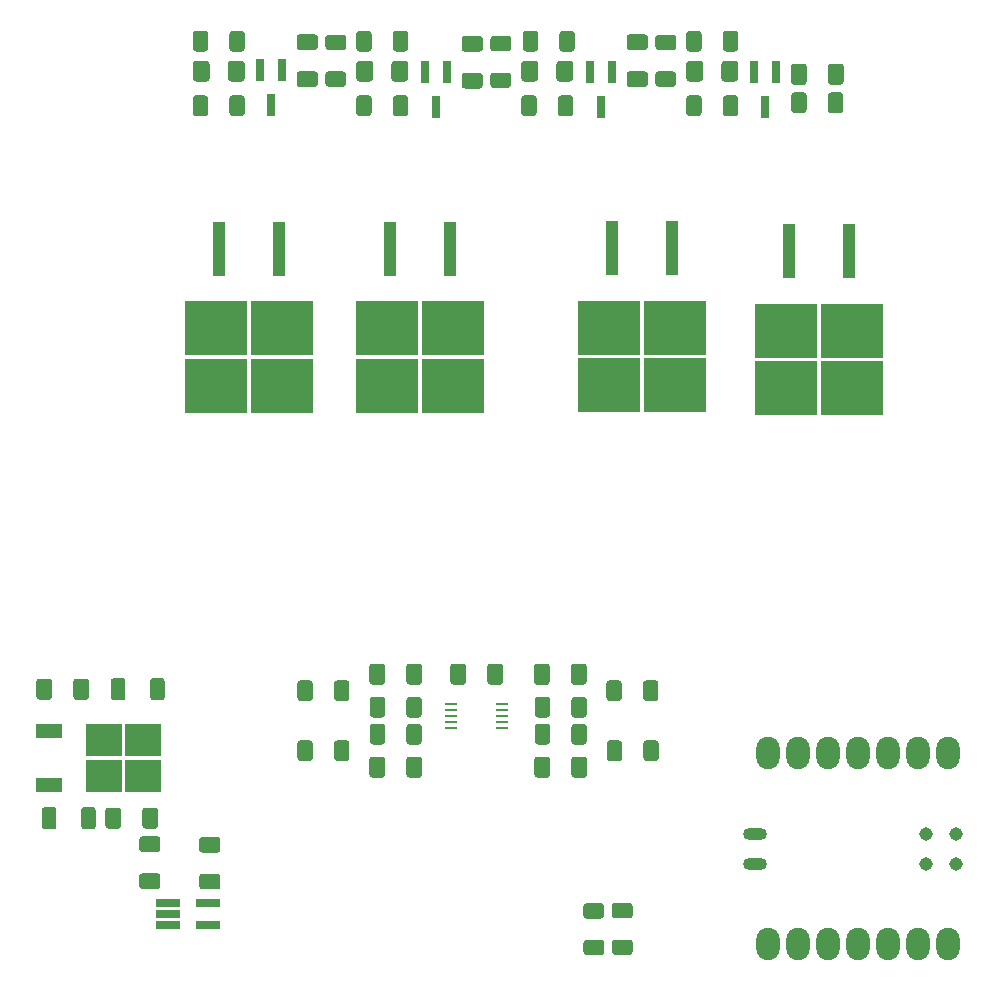
<source format=gtp>
G04 #@! TF.GenerationSoftware,KiCad,Pcbnew,(5.1.10-1-10_14)*
G04 #@! TF.CreationDate,2022-01-28T00:17:01+09:00*
G04 #@! TF.ProjectId,TireWarmer power board,54697265-5761-4726-9d65-7220706f7765,2.0*
G04 #@! TF.SameCoordinates,Original*
G04 #@! TF.FileFunction,Paste,Top*
G04 #@! TF.FilePolarity,Positive*
%FSLAX46Y46*%
G04 Gerber Fmt 4.6, Leading zero omitted, Abs format (unit mm)*
G04 Created by KiCad (PCBNEW (5.1.10-1-10_14)) date 2022-01-28 00:17:01*
%MOMM*%
%LPD*%
G01*
G04 APERTURE LIST*
%ADD10R,0.800000X1.900000*%
%ADD11R,2.000000X0.650000*%
%ADD12R,5.250000X4.550000*%
%ADD13R,1.100000X4.600000*%
%ADD14R,3.050000X2.750000*%
%ADD15R,2.200000X1.200000*%
%ADD16R,1.100000X0.250000*%
%ADD17C,1.143000*%
%ADD18O,2.032000X1.016000*%
%ADD19O,1.998980X2.748280*%
G04 APERTURE END LIST*
G04 #@! TO.C,C13*
G36*
G01*
X108188999Y-74687000D02*
X109489001Y-74687000D01*
G75*
G02*
X109739000Y-74936999I0J-249999D01*
G01*
X109739000Y-75762001D01*
G75*
G02*
X109489001Y-76012000I-249999J0D01*
G01*
X108188999Y-76012000D01*
G75*
G02*
X107939000Y-75762001I0J249999D01*
G01*
X107939000Y-74936999D01*
G75*
G02*
X108188999Y-74687000I249999J0D01*
G01*
G37*
G36*
G01*
X108188999Y-71562000D02*
X109489001Y-71562000D01*
G75*
G02*
X109739000Y-71811999I0J-249999D01*
G01*
X109739000Y-72637001D01*
G75*
G02*
X109489001Y-72887000I-249999J0D01*
G01*
X108188999Y-72887000D01*
G75*
G02*
X107939000Y-72637001I0J249999D01*
G01*
X107939000Y-71811999D01*
G75*
G02*
X108188999Y-71562000I249999J0D01*
G01*
G37*
G04 #@! TD*
G04 #@! TO.C,C12*
G36*
G01*
X123179000Y-74279999D02*
X123179000Y-75580001D01*
G75*
G02*
X122929001Y-75830000I-249999J0D01*
G01*
X122103999Y-75830000D01*
G75*
G02*
X121854000Y-75580001I0J249999D01*
G01*
X121854000Y-74279999D01*
G75*
G02*
X122103999Y-74030000I249999J0D01*
G01*
X122929001Y-74030000D01*
G75*
G02*
X123179000Y-74279999I0J-249999D01*
G01*
G37*
G36*
G01*
X126304000Y-74279999D02*
X126304000Y-75580001D01*
G75*
G02*
X126054001Y-75830000I-249999J0D01*
G01*
X125228999Y-75830000D01*
G75*
G02*
X124979000Y-75580001I0J249999D01*
G01*
X124979000Y-74279999D01*
G75*
G02*
X125228999Y-74030000I249999J0D01*
G01*
X126054001Y-74030000D01*
G75*
G02*
X126304000Y-74279999I0J-249999D01*
G01*
G37*
G04 #@! TD*
G04 #@! TO.C,C11*
G36*
G01*
X94218999Y-74814000D02*
X95519001Y-74814000D01*
G75*
G02*
X95769000Y-75063999I0J-249999D01*
G01*
X95769000Y-75889001D01*
G75*
G02*
X95519001Y-76139000I-249999J0D01*
G01*
X94218999Y-76139000D01*
G75*
G02*
X93969000Y-75889001I0J249999D01*
G01*
X93969000Y-75063999D01*
G75*
G02*
X94218999Y-74814000I249999J0D01*
G01*
G37*
G36*
G01*
X94218999Y-71689000D02*
X95519001Y-71689000D01*
G75*
G02*
X95769000Y-71938999I0J-249999D01*
G01*
X95769000Y-72764001D01*
G75*
G02*
X95519001Y-73014000I-249999J0D01*
G01*
X94218999Y-73014000D01*
G75*
G02*
X93969000Y-72764001I0J249999D01*
G01*
X93969000Y-71938999D01*
G75*
G02*
X94218999Y-71689000I249999J0D01*
G01*
G37*
G04 #@! TD*
G04 #@! TO.C,C10*
G36*
G01*
X80248999Y-74687000D02*
X81549001Y-74687000D01*
G75*
G02*
X81799000Y-74936999I0J-249999D01*
G01*
X81799000Y-75762001D01*
G75*
G02*
X81549001Y-76012000I-249999J0D01*
G01*
X80248999Y-76012000D01*
G75*
G02*
X79999000Y-75762001I0J249999D01*
G01*
X79999000Y-74936999D01*
G75*
G02*
X80248999Y-74687000I249999J0D01*
G01*
G37*
G36*
G01*
X80248999Y-71562000D02*
X81549001Y-71562000D01*
G75*
G02*
X81799000Y-71811999I0J-249999D01*
G01*
X81799000Y-72637001D01*
G75*
G02*
X81549001Y-72887000I-249999J0D01*
G01*
X80248999Y-72887000D01*
G75*
G02*
X79999000Y-72637001I0J249999D01*
G01*
X79999000Y-71811999D01*
G75*
G02*
X80248999Y-71562000I249999J0D01*
G01*
G37*
G04 #@! TD*
D10*
G04 #@! TO.C,Q7*
X105791000Y-77700000D03*
X104841000Y-74700000D03*
X106741000Y-74700000D03*
G04 #@! TD*
G04 #@! TO.C,Q5*
X119634000Y-77700000D03*
X118684000Y-74700000D03*
X120584000Y-74700000D03*
G04 #@! TD*
G04 #@! TO.C,Q3*
X91821000Y-77700000D03*
X90871000Y-74700000D03*
X92771000Y-74700000D03*
G04 #@! TD*
G04 #@! TO.C,Q1*
X77851000Y-77573000D03*
X76901000Y-74573000D03*
X78801000Y-74573000D03*
G04 #@! TD*
G04 #@! TO.C,R22*
G36*
G01*
X108194000Y-146394000D02*
X106944000Y-146394000D01*
G75*
G02*
X106694000Y-146144000I0J250000D01*
G01*
X106694000Y-145344000D01*
G75*
G02*
X106944000Y-145094000I250000J0D01*
G01*
X108194000Y-145094000D01*
G75*
G02*
X108444000Y-145344000I0J-250000D01*
G01*
X108444000Y-146144000D01*
G75*
G02*
X108194000Y-146394000I-250000J0D01*
G01*
G37*
G36*
G01*
X108194000Y-149494000D02*
X106944000Y-149494000D01*
G75*
G02*
X106694000Y-149244000I0J250000D01*
G01*
X106694000Y-148444000D01*
G75*
G02*
X106944000Y-148194000I250000J0D01*
G01*
X108194000Y-148194000D01*
G75*
G02*
X108444000Y-148444000I0J-250000D01*
G01*
X108444000Y-149244000D01*
G75*
G02*
X108194000Y-149494000I-250000J0D01*
G01*
G37*
G04 #@! TD*
G04 #@! TO.C,R21*
G36*
G01*
X105781000Y-146420000D02*
X104531000Y-146420000D01*
G75*
G02*
X104281000Y-146170000I0J250000D01*
G01*
X104281000Y-145370000D01*
G75*
G02*
X104531000Y-145120000I250000J0D01*
G01*
X105781000Y-145120000D01*
G75*
G02*
X106031000Y-145370000I0J-250000D01*
G01*
X106031000Y-146170000D01*
G75*
G02*
X105781000Y-146420000I-250000J0D01*
G01*
G37*
G36*
G01*
X105781000Y-149520000D02*
X104531000Y-149520000D01*
G75*
G02*
X104281000Y-149270000I0J250000D01*
G01*
X104281000Y-148470000D01*
G75*
G02*
X104531000Y-148220000I250000J0D01*
G01*
X105781000Y-148220000D01*
G75*
G02*
X106031000Y-148470000I0J-250000D01*
G01*
X106031000Y-149270000D01*
G75*
G02*
X105781000Y-149520000I-250000J0D01*
G01*
G37*
G04 #@! TD*
D11*
G04 #@! TO.C,U4*
X72508000Y-145098000D03*
X72508000Y-146998000D03*
X69088000Y-146998000D03*
X69088000Y-146048000D03*
X69088000Y-145098000D03*
G04 #@! TD*
G04 #@! TO.C,R20*
G36*
G01*
X107532000Y-126501999D02*
X107532000Y-127752001D01*
G75*
G02*
X107282001Y-128002000I-249999J0D01*
G01*
X106481999Y-128002000D01*
G75*
G02*
X106232000Y-127752001I0J249999D01*
G01*
X106232000Y-126501999D01*
G75*
G02*
X106481999Y-126252000I249999J0D01*
G01*
X107282001Y-126252000D01*
G75*
G02*
X107532000Y-126501999I0J-249999D01*
G01*
G37*
G36*
G01*
X110632000Y-126501999D02*
X110632000Y-127752001D01*
G75*
G02*
X110382001Y-128002000I-249999J0D01*
G01*
X109581999Y-128002000D01*
G75*
G02*
X109332000Y-127752001I0J249999D01*
G01*
X109332000Y-126501999D01*
G75*
G02*
X109581999Y-126252000I249999J0D01*
G01*
X110382001Y-126252000D01*
G75*
G02*
X110632000Y-126501999I0J-249999D01*
G01*
G37*
G04 #@! TD*
G04 #@! TO.C,R19*
G36*
G01*
X107558000Y-131581999D02*
X107558000Y-132832001D01*
G75*
G02*
X107308001Y-133082000I-249999J0D01*
G01*
X106507999Y-133082000D01*
G75*
G02*
X106258000Y-132832001I0J249999D01*
G01*
X106258000Y-131581999D01*
G75*
G02*
X106507999Y-131332000I249999J0D01*
G01*
X107308001Y-131332000D01*
G75*
G02*
X107558000Y-131581999I0J-249999D01*
G01*
G37*
G36*
G01*
X110658000Y-131581999D02*
X110658000Y-132832001D01*
G75*
G02*
X110408001Y-133082000I-249999J0D01*
G01*
X109607999Y-133082000D01*
G75*
G02*
X109358000Y-132832001I0J249999D01*
G01*
X109358000Y-131581999D01*
G75*
G02*
X109607999Y-131332000I249999J0D01*
G01*
X110408001Y-131332000D01*
G75*
G02*
X110658000Y-131581999I0J-249999D01*
G01*
G37*
G04 #@! TD*
G04 #@! TO.C,R18*
G36*
G01*
X83170000Y-132832001D02*
X83170000Y-131581999D01*
G75*
G02*
X83419999Y-131332000I249999J0D01*
G01*
X84220001Y-131332000D01*
G75*
G02*
X84470000Y-131581999I0J-249999D01*
G01*
X84470000Y-132832001D01*
G75*
G02*
X84220001Y-133082000I-249999J0D01*
G01*
X83419999Y-133082000D01*
G75*
G02*
X83170000Y-132832001I0J249999D01*
G01*
G37*
G36*
G01*
X80070000Y-132832001D02*
X80070000Y-131581999D01*
G75*
G02*
X80319999Y-131332000I249999J0D01*
G01*
X81120001Y-131332000D01*
G75*
G02*
X81370000Y-131581999I0J-249999D01*
G01*
X81370000Y-132832001D01*
G75*
G02*
X81120001Y-133082000I-249999J0D01*
G01*
X80319999Y-133082000D01*
G75*
G02*
X80070000Y-132832001I0J249999D01*
G01*
G37*
G04 #@! TD*
G04 #@! TO.C,R17*
G36*
G01*
X83170000Y-127752001D02*
X83170000Y-126501999D01*
G75*
G02*
X83419999Y-126252000I249999J0D01*
G01*
X84220001Y-126252000D01*
G75*
G02*
X84470000Y-126501999I0J-249999D01*
G01*
X84470000Y-127752001D01*
G75*
G02*
X84220001Y-128002000I-249999J0D01*
G01*
X83419999Y-128002000D01*
G75*
G02*
X83170000Y-127752001I0J249999D01*
G01*
G37*
G36*
G01*
X80070000Y-127752001D02*
X80070000Y-126501999D01*
G75*
G02*
X80319999Y-126252000I249999J0D01*
G01*
X81120001Y-126252000D01*
G75*
G02*
X81370000Y-126501999I0J-249999D01*
G01*
X81370000Y-127752001D01*
G75*
G02*
X81120001Y-128002000I-249999J0D01*
G01*
X80319999Y-128002000D01*
G75*
G02*
X80070000Y-127752001I0J249999D01*
G01*
G37*
G04 #@! TD*
G04 #@! TO.C,C9*
G36*
G01*
X73294003Y-140830000D02*
X71993997Y-140830000D01*
G75*
G02*
X71744000Y-140580003I0J249997D01*
G01*
X71744000Y-139754997D01*
G75*
G02*
X71993997Y-139505000I249997J0D01*
G01*
X73294003Y-139505000D01*
G75*
G02*
X73544000Y-139754997I0J-249997D01*
G01*
X73544000Y-140580003D01*
G75*
G02*
X73294003Y-140830000I-249997J0D01*
G01*
G37*
G36*
G01*
X73294003Y-143955000D02*
X71993997Y-143955000D01*
G75*
G02*
X71744000Y-143705003I0J249997D01*
G01*
X71744000Y-142879997D01*
G75*
G02*
X71993997Y-142630000I249997J0D01*
G01*
X73294003Y-142630000D01*
G75*
G02*
X73544000Y-142879997I0J-249997D01*
G01*
X73544000Y-143705003D01*
G75*
G02*
X73294003Y-143955000I-249997J0D01*
G01*
G37*
G04 #@! TD*
G04 #@! TO.C,C8*
G36*
G01*
X68214003Y-140791500D02*
X66913997Y-140791500D01*
G75*
G02*
X66664000Y-140541503I0J249997D01*
G01*
X66664000Y-139716497D01*
G75*
G02*
X66913997Y-139466500I249997J0D01*
G01*
X68214003Y-139466500D01*
G75*
G02*
X68464000Y-139716497I0J-249997D01*
G01*
X68464000Y-140541503D01*
G75*
G02*
X68214003Y-140791500I-249997J0D01*
G01*
G37*
G36*
G01*
X68214003Y-143916500D02*
X66913997Y-143916500D01*
G75*
G02*
X66664000Y-143666503I0J249997D01*
G01*
X66664000Y-142841497D01*
G75*
G02*
X66913997Y-142591500I249997J0D01*
G01*
X68214003Y-142591500D01*
G75*
G02*
X68464000Y-142841497I0J-249997D01*
G01*
X68464000Y-143666503D01*
G75*
G02*
X68214003Y-143916500I-249997J0D01*
G01*
G37*
G04 #@! TD*
G04 #@! TO.C,C7*
G36*
G01*
X103223500Y-126378003D02*
X103223500Y-125077997D01*
G75*
G02*
X103473497Y-124828000I249997J0D01*
G01*
X104298503Y-124828000D01*
G75*
G02*
X104548500Y-125077997I0J-249997D01*
G01*
X104548500Y-126378003D01*
G75*
G02*
X104298503Y-126628000I-249997J0D01*
G01*
X103473497Y-126628000D01*
G75*
G02*
X103223500Y-126378003I0J249997D01*
G01*
G37*
G36*
G01*
X100098500Y-126378003D02*
X100098500Y-125077997D01*
G75*
G02*
X100348497Y-124828000I249997J0D01*
G01*
X101173503Y-124828000D01*
G75*
G02*
X101423500Y-125077997I0J-249997D01*
G01*
X101423500Y-126378003D01*
G75*
G02*
X101173503Y-126628000I-249997J0D01*
G01*
X100348497Y-126628000D01*
G75*
G02*
X100098500Y-126378003I0J249997D01*
G01*
G37*
G04 #@! TD*
G04 #@! TO.C,C6*
G36*
G01*
X103262000Y-134252003D02*
X103262000Y-132951997D01*
G75*
G02*
X103511997Y-132702000I249997J0D01*
G01*
X104337003Y-132702000D01*
G75*
G02*
X104587000Y-132951997I0J-249997D01*
G01*
X104587000Y-134252003D01*
G75*
G02*
X104337003Y-134502000I-249997J0D01*
G01*
X103511997Y-134502000D01*
G75*
G02*
X103262000Y-134252003I0J249997D01*
G01*
G37*
G36*
G01*
X100137000Y-134252003D02*
X100137000Y-132951997D01*
G75*
G02*
X100386997Y-132702000I249997J0D01*
G01*
X101212003Y-132702000D01*
G75*
G02*
X101462000Y-132951997I0J-249997D01*
G01*
X101462000Y-134252003D01*
G75*
G02*
X101212003Y-134502000I-249997J0D01*
G01*
X100386997Y-134502000D01*
G75*
G02*
X100137000Y-134252003I0J249997D01*
G01*
G37*
G04 #@! TD*
G04 #@! TO.C,C5*
G36*
G01*
X87492000Y-132951997D02*
X87492000Y-134252003D01*
G75*
G02*
X87242003Y-134502000I-249997J0D01*
G01*
X86416997Y-134502000D01*
G75*
G02*
X86167000Y-134252003I0J249997D01*
G01*
X86167000Y-132951997D01*
G75*
G02*
X86416997Y-132702000I249997J0D01*
G01*
X87242003Y-132702000D01*
G75*
G02*
X87492000Y-132951997I0J-249997D01*
G01*
G37*
G36*
G01*
X90617000Y-132951997D02*
X90617000Y-134252003D01*
G75*
G02*
X90367003Y-134502000I-249997J0D01*
G01*
X89541997Y-134502000D01*
G75*
G02*
X89292000Y-134252003I0J249997D01*
G01*
X89292000Y-132951997D01*
G75*
G02*
X89541997Y-132702000I249997J0D01*
G01*
X90367003Y-132702000D01*
G75*
G02*
X90617000Y-132951997I0J-249997D01*
G01*
G37*
G04 #@! TD*
G04 #@! TO.C,C4*
G36*
G01*
X87492000Y-125077997D02*
X87492000Y-126378003D01*
G75*
G02*
X87242003Y-126628000I-249997J0D01*
G01*
X86416997Y-126628000D01*
G75*
G02*
X86167000Y-126378003I0J249997D01*
G01*
X86167000Y-125077997D01*
G75*
G02*
X86416997Y-124828000I249997J0D01*
G01*
X87242003Y-124828000D01*
G75*
G02*
X87492000Y-125077997I0J-249997D01*
G01*
G37*
G36*
G01*
X90617000Y-125077997D02*
X90617000Y-126378003D01*
G75*
G02*
X90367003Y-126628000I-249997J0D01*
G01*
X89541997Y-126628000D01*
G75*
G02*
X89292000Y-126378003I0J249997D01*
G01*
X89292000Y-125077997D01*
G75*
G02*
X89541997Y-124828000I249997J0D01*
G01*
X90367003Y-124828000D01*
G75*
G02*
X90617000Y-125077997I0J-249997D01*
G01*
G37*
G04 #@! TD*
D12*
G04 #@! TO.C,Q2*
X73171000Y-96454000D03*
X78721000Y-101304000D03*
X78721000Y-96454000D03*
X73171000Y-101304000D03*
D13*
X73406000Y-89729000D03*
X78486000Y-89729000D03*
G04 #@! TD*
G04 #@! TO.C,R15*
G36*
G01*
X103262000Y-131433001D02*
X103262000Y-130182999D01*
G75*
G02*
X103511999Y-129933000I249999J0D01*
G01*
X104312001Y-129933000D01*
G75*
G02*
X104562000Y-130182999I0J-249999D01*
G01*
X104562000Y-131433001D01*
G75*
G02*
X104312001Y-131683000I-249999J0D01*
G01*
X103511999Y-131683000D01*
G75*
G02*
X103262000Y-131433001I0J249999D01*
G01*
G37*
G36*
G01*
X100162000Y-131433001D02*
X100162000Y-130182999D01*
G75*
G02*
X100411999Y-129933000I249999J0D01*
G01*
X101212001Y-129933000D01*
G75*
G02*
X101462000Y-130182999I0J-249999D01*
G01*
X101462000Y-131433001D01*
G75*
G02*
X101212001Y-131683000I-249999J0D01*
G01*
X100411999Y-131683000D01*
G75*
G02*
X100162000Y-131433001I0J249999D01*
G01*
G37*
G04 #@! TD*
D14*
G04 #@! TO.C,U2*
X63671000Y-134365000D03*
X67021000Y-131315000D03*
X63671000Y-131315000D03*
X67021000Y-134365000D03*
D15*
X59046000Y-135120000D03*
X59046000Y-130560000D03*
G04 #@! TD*
G04 #@! TO.C,R16*
G36*
G01*
X103262000Y-129149001D02*
X103262000Y-127898999D01*
G75*
G02*
X103511999Y-127649000I249999J0D01*
G01*
X104312001Y-127649000D01*
G75*
G02*
X104562000Y-127898999I0J-249999D01*
G01*
X104562000Y-129149001D01*
G75*
G02*
X104312001Y-129399000I-249999J0D01*
G01*
X103511999Y-129399000D01*
G75*
G02*
X103262000Y-129149001I0J249999D01*
G01*
G37*
G36*
G01*
X100162000Y-129149001D02*
X100162000Y-127898999D01*
G75*
G02*
X100411999Y-127649000I249999J0D01*
G01*
X101212001Y-127649000D01*
G75*
G02*
X101462000Y-127898999I0J-249999D01*
G01*
X101462000Y-129149001D01*
G75*
G02*
X101212001Y-129399000I-249999J0D01*
G01*
X100411999Y-129399000D01*
G75*
G02*
X100162000Y-129149001I0J249999D01*
G01*
G37*
G04 #@! TD*
G04 #@! TO.C,R14*
G36*
G01*
X87492000Y-130182999D02*
X87492000Y-131433001D01*
G75*
G02*
X87242001Y-131683000I-249999J0D01*
G01*
X86441999Y-131683000D01*
G75*
G02*
X86192000Y-131433001I0J249999D01*
G01*
X86192000Y-130182999D01*
G75*
G02*
X86441999Y-129933000I249999J0D01*
G01*
X87242001Y-129933000D01*
G75*
G02*
X87492000Y-130182999I0J-249999D01*
G01*
G37*
G36*
G01*
X90592000Y-130182999D02*
X90592000Y-131433001D01*
G75*
G02*
X90342001Y-131683000I-249999J0D01*
G01*
X89541999Y-131683000D01*
G75*
G02*
X89292000Y-131433001I0J249999D01*
G01*
X89292000Y-130182999D01*
G75*
G02*
X89541999Y-129933000I249999J0D01*
G01*
X90342001Y-129933000D01*
G75*
G02*
X90592000Y-130182999I0J-249999D01*
G01*
G37*
G04 #@! TD*
G04 #@! TO.C,R13*
G36*
G01*
X87492000Y-127898999D02*
X87492000Y-129149001D01*
G75*
G02*
X87242001Y-129399000I-249999J0D01*
G01*
X86441999Y-129399000D01*
G75*
G02*
X86192000Y-129149001I0J249999D01*
G01*
X86192000Y-127898999D01*
G75*
G02*
X86441999Y-127649000I249999J0D01*
G01*
X87242001Y-127649000D01*
G75*
G02*
X87492000Y-127898999I0J-249999D01*
G01*
G37*
G36*
G01*
X90592000Y-127898999D02*
X90592000Y-129149001D01*
G75*
G02*
X90342001Y-129399000I-249999J0D01*
G01*
X89541999Y-129399000D01*
G75*
G02*
X89292000Y-129149001I0J249999D01*
G01*
X89292000Y-127898999D01*
G75*
G02*
X89541999Y-127649000I249999J0D01*
G01*
X90342001Y-127649000D01*
G75*
G02*
X90592000Y-127898999I0J-249999D01*
G01*
G37*
G04 #@! TD*
G04 #@! TO.C,R12*
G36*
G01*
X102119000Y-78222001D02*
X102119000Y-76971999D01*
G75*
G02*
X102368999Y-76722000I249999J0D01*
G01*
X103169001Y-76722000D01*
G75*
G02*
X103419000Y-76971999I0J-249999D01*
G01*
X103419000Y-78222001D01*
G75*
G02*
X103169001Y-78472000I-249999J0D01*
G01*
X102368999Y-78472000D01*
G75*
G02*
X102119000Y-78222001I0J249999D01*
G01*
G37*
G36*
G01*
X99019000Y-78222001D02*
X99019000Y-76971999D01*
G75*
G02*
X99268999Y-76722000I249999J0D01*
G01*
X100069001Y-76722000D01*
G75*
G02*
X100319000Y-76971999I0J-249999D01*
G01*
X100319000Y-78222001D01*
G75*
G02*
X100069001Y-78472000I-249999J0D01*
G01*
X99268999Y-78472000D01*
G75*
G02*
X99019000Y-78222001I0J249999D01*
G01*
G37*
G04 #@! TD*
G04 #@! TO.C,R11*
G36*
G01*
X110626999Y-74687000D02*
X111877001Y-74687000D01*
G75*
G02*
X112127000Y-74936999I0J-249999D01*
G01*
X112127000Y-75737001D01*
G75*
G02*
X111877001Y-75987000I-249999J0D01*
G01*
X110626999Y-75987000D01*
G75*
G02*
X110377000Y-75737001I0J249999D01*
G01*
X110377000Y-74936999D01*
G75*
G02*
X110626999Y-74687000I249999J0D01*
G01*
G37*
G36*
G01*
X110626999Y-71587000D02*
X111877001Y-71587000D01*
G75*
G02*
X112127000Y-71836999I0J-249999D01*
G01*
X112127000Y-72637001D01*
G75*
G02*
X111877001Y-72887000I-249999J0D01*
G01*
X110626999Y-72887000D01*
G75*
G02*
X110377000Y-72637001I0J249999D01*
G01*
X110377000Y-71836999D01*
G75*
G02*
X110626999Y-71587000I249999J0D01*
G01*
G37*
G04 #@! TD*
G04 #@! TO.C,R10*
G36*
G01*
X102246000Y-72761001D02*
X102246000Y-71510999D01*
G75*
G02*
X102495999Y-71261000I249999J0D01*
G01*
X103296001Y-71261000D01*
G75*
G02*
X103546000Y-71510999I0J-249999D01*
G01*
X103546000Y-72761001D01*
G75*
G02*
X103296001Y-73011000I-249999J0D01*
G01*
X102495999Y-73011000D01*
G75*
G02*
X102246000Y-72761001I0J249999D01*
G01*
G37*
G36*
G01*
X99146000Y-72761001D02*
X99146000Y-71510999D01*
G75*
G02*
X99395999Y-71261000I249999J0D01*
G01*
X100196001Y-71261000D01*
G75*
G02*
X100446000Y-71510999I0J-249999D01*
G01*
X100446000Y-72761001D01*
G75*
G02*
X100196001Y-73011000I-249999J0D01*
G01*
X99395999Y-73011000D01*
G75*
G02*
X99146000Y-72761001I0J249999D01*
G01*
G37*
G04 #@! TD*
G04 #@! TO.C,R9*
G36*
G01*
X116089000Y-78222001D02*
X116089000Y-76971999D01*
G75*
G02*
X116338999Y-76722000I249999J0D01*
G01*
X117139001Y-76722000D01*
G75*
G02*
X117389000Y-76971999I0J-249999D01*
G01*
X117389000Y-78222001D01*
G75*
G02*
X117139001Y-78472000I-249999J0D01*
G01*
X116338999Y-78472000D01*
G75*
G02*
X116089000Y-78222001I0J249999D01*
G01*
G37*
G36*
G01*
X112989000Y-78222001D02*
X112989000Y-76971999D01*
G75*
G02*
X113238999Y-76722000I249999J0D01*
G01*
X114039001Y-76722000D01*
G75*
G02*
X114289000Y-76971999I0J-249999D01*
G01*
X114289000Y-78222001D01*
G75*
G02*
X114039001Y-78472000I-249999J0D01*
G01*
X113238999Y-78472000D01*
G75*
G02*
X112989000Y-78222001I0J249999D01*
G01*
G37*
G04 #@! TD*
G04 #@! TO.C,R8*
G36*
G01*
X123179000Y-76717999D02*
X123179000Y-77968001D01*
G75*
G02*
X122929001Y-78218000I-249999J0D01*
G01*
X122128999Y-78218000D01*
G75*
G02*
X121879000Y-77968001I0J249999D01*
G01*
X121879000Y-76717999D01*
G75*
G02*
X122128999Y-76468000I249999J0D01*
G01*
X122929001Y-76468000D01*
G75*
G02*
X123179000Y-76717999I0J-249999D01*
G01*
G37*
G36*
G01*
X126279000Y-76717999D02*
X126279000Y-77968001D01*
G75*
G02*
X126029001Y-78218000I-249999J0D01*
G01*
X125228999Y-78218000D01*
G75*
G02*
X124979000Y-77968001I0J249999D01*
G01*
X124979000Y-76717999D01*
G75*
G02*
X125228999Y-76468000I249999J0D01*
G01*
X126029001Y-76468000D01*
G75*
G02*
X126279000Y-76717999I0J-249999D01*
G01*
G37*
G04 #@! TD*
G04 #@! TO.C,R7*
G36*
G01*
X116089000Y-72761001D02*
X116089000Y-71510999D01*
G75*
G02*
X116338999Y-71261000I249999J0D01*
G01*
X117139001Y-71261000D01*
G75*
G02*
X117389000Y-71510999I0J-249999D01*
G01*
X117389000Y-72761001D01*
G75*
G02*
X117139001Y-73011000I-249999J0D01*
G01*
X116338999Y-73011000D01*
G75*
G02*
X116089000Y-72761001I0J249999D01*
G01*
G37*
G36*
G01*
X112989000Y-72761001D02*
X112989000Y-71510999D01*
G75*
G02*
X113238999Y-71261000I249999J0D01*
G01*
X114039001Y-71261000D01*
G75*
G02*
X114289000Y-71510999I0J-249999D01*
G01*
X114289000Y-72761001D01*
G75*
G02*
X114039001Y-73011000I-249999J0D01*
G01*
X113238999Y-73011000D01*
G75*
G02*
X112989000Y-72761001I0J249999D01*
G01*
G37*
G04 #@! TD*
G04 #@! TO.C,R6*
G36*
G01*
X86349000Y-76971999D02*
X86349000Y-78222001D01*
G75*
G02*
X86099001Y-78472000I-249999J0D01*
G01*
X85298999Y-78472000D01*
G75*
G02*
X85049000Y-78222001I0J249999D01*
G01*
X85049000Y-76971999D01*
G75*
G02*
X85298999Y-76722000I249999J0D01*
G01*
X86099001Y-76722000D01*
G75*
G02*
X86349000Y-76971999I0J-249999D01*
G01*
G37*
G36*
G01*
X89449000Y-76971999D02*
X89449000Y-78222001D01*
G75*
G02*
X89199001Y-78472000I-249999J0D01*
G01*
X88398999Y-78472000D01*
G75*
G02*
X88149000Y-78222001I0J249999D01*
G01*
X88149000Y-76971999D01*
G75*
G02*
X88398999Y-76722000I249999J0D01*
G01*
X89199001Y-76722000D01*
G75*
G02*
X89449000Y-76971999I0J-249999D01*
G01*
G37*
G04 #@! TD*
G04 #@! TO.C,R5*
G36*
G01*
X96656999Y-74788000D02*
X97907001Y-74788000D01*
G75*
G02*
X98157000Y-75037999I0J-249999D01*
G01*
X98157000Y-75838001D01*
G75*
G02*
X97907001Y-76088000I-249999J0D01*
G01*
X96656999Y-76088000D01*
G75*
G02*
X96407000Y-75838001I0J249999D01*
G01*
X96407000Y-75037999D01*
G75*
G02*
X96656999Y-74788000I249999J0D01*
G01*
G37*
G36*
G01*
X96656999Y-71688000D02*
X97907001Y-71688000D01*
G75*
G02*
X98157000Y-71937999I0J-249999D01*
G01*
X98157000Y-72738001D01*
G75*
G02*
X97907001Y-72988000I-249999J0D01*
G01*
X96656999Y-72988000D01*
G75*
G02*
X96407000Y-72738001I0J249999D01*
G01*
X96407000Y-71937999D01*
G75*
G02*
X96656999Y-71688000I249999J0D01*
G01*
G37*
G04 #@! TD*
G04 #@! TO.C,R4*
G36*
G01*
X88149000Y-72761001D02*
X88149000Y-71510999D01*
G75*
G02*
X88398999Y-71261000I249999J0D01*
G01*
X89199001Y-71261000D01*
G75*
G02*
X89449000Y-71510999I0J-249999D01*
G01*
X89449000Y-72761001D01*
G75*
G02*
X89199001Y-73011000I-249999J0D01*
G01*
X88398999Y-73011000D01*
G75*
G02*
X88149000Y-72761001I0J249999D01*
G01*
G37*
G36*
G01*
X85049000Y-72761001D02*
X85049000Y-71510999D01*
G75*
G02*
X85298999Y-71261000I249999J0D01*
G01*
X86099001Y-71261000D01*
G75*
G02*
X86349000Y-71510999I0J-249999D01*
G01*
X86349000Y-72761001D01*
G75*
G02*
X86099001Y-73011000I-249999J0D01*
G01*
X85298999Y-73011000D01*
G75*
G02*
X85049000Y-72761001I0J249999D01*
G01*
G37*
G04 #@! TD*
G04 #@! TO.C,R3*
G36*
G01*
X74306000Y-78222001D02*
X74306000Y-76971999D01*
G75*
G02*
X74555999Y-76722000I249999J0D01*
G01*
X75356001Y-76722000D01*
G75*
G02*
X75606000Y-76971999I0J-249999D01*
G01*
X75606000Y-78222001D01*
G75*
G02*
X75356001Y-78472000I-249999J0D01*
G01*
X74555999Y-78472000D01*
G75*
G02*
X74306000Y-78222001I0J249999D01*
G01*
G37*
G36*
G01*
X71206000Y-78222001D02*
X71206000Y-76971999D01*
G75*
G02*
X71455999Y-76722000I249999J0D01*
G01*
X72256001Y-76722000D01*
G75*
G02*
X72506000Y-76971999I0J-249999D01*
G01*
X72506000Y-78222001D01*
G75*
G02*
X72256001Y-78472000I-249999J0D01*
G01*
X71455999Y-78472000D01*
G75*
G02*
X71206000Y-78222001I0J249999D01*
G01*
G37*
G04 #@! TD*
G04 #@! TO.C,R2*
G36*
G01*
X82686999Y-74687000D02*
X83937001Y-74687000D01*
G75*
G02*
X84187000Y-74936999I0J-249999D01*
G01*
X84187000Y-75737001D01*
G75*
G02*
X83937001Y-75987000I-249999J0D01*
G01*
X82686999Y-75987000D01*
G75*
G02*
X82437000Y-75737001I0J249999D01*
G01*
X82437000Y-74936999D01*
G75*
G02*
X82686999Y-74687000I249999J0D01*
G01*
G37*
G36*
G01*
X82686999Y-71587000D02*
X83937001Y-71587000D01*
G75*
G02*
X84187000Y-71836999I0J-249999D01*
G01*
X84187000Y-72637001D01*
G75*
G02*
X83937001Y-72887000I-249999J0D01*
G01*
X82686999Y-72887000D01*
G75*
G02*
X82437000Y-72637001I0J249999D01*
G01*
X82437000Y-71836999D01*
G75*
G02*
X82686999Y-71587000I249999J0D01*
G01*
G37*
G04 #@! TD*
G04 #@! TO.C,R1*
G36*
G01*
X74306000Y-72761001D02*
X74306000Y-71510999D01*
G75*
G02*
X74555999Y-71261000I249999J0D01*
G01*
X75356001Y-71261000D01*
G75*
G02*
X75606000Y-71510999I0J-249999D01*
G01*
X75606000Y-72761001D01*
G75*
G02*
X75356001Y-73011000I-249999J0D01*
G01*
X74555999Y-73011000D01*
G75*
G02*
X74306000Y-72761001I0J249999D01*
G01*
G37*
G36*
G01*
X71206000Y-72761001D02*
X71206000Y-71510999D01*
G75*
G02*
X71455999Y-71261000I249999J0D01*
G01*
X72256001Y-71261000D01*
G75*
G02*
X72506000Y-71510999I0J-249999D01*
G01*
X72506000Y-72761001D01*
G75*
G02*
X72256001Y-73011000I-249999J0D01*
G01*
X71455999Y-73011000D01*
G75*
G02*
X71206000Y-72761001I0J249999D01*
G01*
G37*
G04 #@! TD*
G04 #@! TO.C,FB2*
G36*
G01*
X65498000Y-126299999D02*
X65498000Y-127700001D01*
G75*
G02*
X65248001Y-127950000I-249999J0D01*
G01*
X64522999Y-127950000D01*
G75*
G02*
X64273000Y-127700001I0J249999D01*
G01*
X64273000Y-126299999D01*
G75*
G02*
X64522999Y-126050000I249999J0D01*
G01*
X65248001Y-126050000D01*
G75*
G02*
X65498000Y-126299999I0J-249999D01*
G01*
G37*
G36*
G01*
X68823000Y-126299999D02*
X68823000Y-127700001D01*
G75*
G02*
X68573001Y-127950000I-249999J0D01*
G01*
X67847999Y-127950000D01*
G75*
G02*
X67598000Y-127700001I0J249999D01*
G01*
X67598000Y-126299999D01*
G75*
G02*
X67847999Y-126050000I249999J0D01*
G01*
X68573001Y-126050000D01*
G75*
G02*
X68823000Y-126299999I0J-249999D01*
G01*
G37*
G04 #@! TD*
G04 #@! TO.C,FB1*
G36*
G01*
X59656000Y-137219999D02*
X59656000Y-138620001D01*
G75*
G02*
X59406001Y-138870000I-249999J0D01*
G01*
X58680999Y-138870000D01*
G75*
G02*
X58431000Y-138620001I0J249999D01*
G01*
X58431000Y-137219999D01*
G75*
G02*
X58680999Y-136970000I249999J0D01*
G01*
X59406001Y-136970000D01*
G75*
G02*
X59656000Y-137219999I0J-249999D01*
G01*
G37*
G36*
G01*
X62981000Y-137219999D02*
X62981000Y-138620001D01*
G75*
G02*
X62731001Y-138870000I-249999J0D01*
G01*
X62005999Y-138870000D01*
G75*
G02*
X61756000Y-138620001I0J249999D01*
G01*
X61756000Y-137219999D01*
G75*
G02*
X62005999Y-136970000I249999J0D01*
G01*
X62731001Y-136970000D01*
G75*
G02*
X62981000Y-137219999I0J-249999D01*
G01*
G37*
G04 #@! TD*
G04 #@! TO.C,D4*
G36*
G01*
X101994000Y-75301000D02*
X101994000Y-74051000D01*
G75*
G02*
X102244000Y-73801000I250000J0D01*
G01*
X103169000Y-73801000D01*
G75*
G02*
X103419000Y-74051000I0J-250000D01*
G01*
X103419000Y-75301000D01*
G75*
G02*
X103169000Y-75551000I-250000J0D01*
G01*
X102244000Y-75551000D01*
G75*
G02*
X101994000Y-75301000I0J250000D01*
G01*
G37*
G36*
G01*
X99019000Y-75301000D02*
X99019000Y-74051000D01*
G75*
G02*
X99269000Y-73801000I250000J0D01*
G01*
X100194000Y-73801000D01*
G75*
G02*
X100444000Y-74051000I0J-250000D01*
G01*
X100444000Y-75301000D01*
G75*
G02*
X100194000Y-75551000I-250000J0D01*
G01*
X99269000Y-75551000D01*
G75*
G02*
X99019000Y-75301000I0J250000D01*
G01*
G37*
G04 #@! TD*
G04 #@! TO.C,D3*
G36*
G01*
X115964000Y-75301000D02*
X115964000Y-74051000D01*
G75*
G02*
X116214000Y-73801000I250000J0D01*
G01*
X117139000Y-73801000D01*
G75*
G02*
X117389000Y-74051000I0J-250000D01*
G01*
X117389000Y-75301000D01*
G75*
G02*
X117139000Y-75551000I-250000J0D01*
G01*
X116214000Y-75551000D01*
G75*
G02*
X115964000Y-75301000I0J250000D01*
G01*
G37*
G36*
G01*
X112989000Y-75301000D02*
X112989000Y-74051000D01*
G75*
G02*
X113239000Y-73801000I250000J0D01*
G01*
X114164000Y-73801000D01*
G75*
G02*
X114414000Y-74051000I0J-250000D01*
G01*
X114414000Y-75301000D01*
G75*
G02*
X114164000Y-75551000I-250000J0D01*
G01*
X113239000Y-75551000D01*
G75*
G02*
X112989000Y-75301000I0J250000D01*
G01*
G37*
G04 #@! TD*
G04 #@! TO.C,D2*
G36*
G01*
X88024000Y-75301000D02*
X88024000Y-74051000D01*
G75*
G02*
X88274000Y-73801000I250000J0D01*
G01*
X89199000Y-73801000D01*
G75*
G02*
X89449000Y-74051000I0J-250000D01*
G01*
X89449000Y-75301000D01*
G75*
G02*
X89199000Y-75551000I-250000J0D01*
G01*
X88274000Y-75551000D01*
G75*
G02*
X88024000Y-75301000I0J250000D01*
G01*
G37*
G36*
G01*
X85049000Y-75301000D02*
X85049000Y-74051000D01*
G75*
G02*
X85299000Y-73801000I250000J0D01*
G01*
X86224000Y-73801000D01*
G75*
G02*
X86474000Y-74051000I0J-250000D01*
G01*
X86474000Y-75301000D01*
G75*
G02*
X86224000Y-75551000I-250000J0D01*
G01*
X85299000Y-75551000D01*
G75*
G02*
X85049000Y-75301000I0J250000D01*
G01*
G37*
G04 #@! TD*
G04 #@! TO.C,D1*
G36*
G01*
X74181000Y-75301000D02*
X74181000Y-74051000D01*
G75*
G02*
X74431000Y-73801000I250000J0D01*
G01*
X75356000Y-73801000D01*
G75*
G02*
X75606000Y-74051000I0J-250000D01*
G01*
X75606000Y-75301000D01*
G75*
G02*
X75356000Y-75551000I-250000J0D01*
G01*
X74431000Y-75551000D01*
G75*
G02*
X74181000Y-75301000I0J250000D01*
G01*
G37*
G36*
G01*
X71206000Y-75301000D02*
X71206000Y-74051000D01*
G75*
G02*
X71456000Y-73801000I250000J0D01*
G01*
X72381000Y-73801000D01*
G75*
G02*
X72631000Y-74051000I0J-250000D01*
G01*
X72631000Y-75301000D01*
G75*
G02*
X72381000Y-75551000I-250000J0D01*
G01*
X71456000Y-75551000D01*
G75*
G02*
X71206000Y-75301000I0J250000D01*
G01*
G37*
G04 #@! TD*
G04 #@! TO.C,C3*
G36*
G01*
X94350000Y-125077997D02*
X94350000Y-126378003D01*
G75*
G02*
X94100003Y-126628000I-249997J0D01*
G01*
X93274997Y-126628000D01*
G75*
G02*
X93025000Y-126378003I0J249997D01*
G01*
X93025000Y-125077997D01*
G75*
G02*
X93274997Y-124828000I249997J0D01*
G01*
X94100003Y-124828000D01*
G75*
G02*
X94350000Y-125077997I0J-249997D01*
G01*
G37*
G36*
G01*
X97475000Y-125077997D02*
X97475000Y-126378003D01*
G75*
G02*
X97225003Y-126628000I-249997J0D01*
G01*
X96399997Y-126628000D01*
G75*
G02*
X96150000Y-126378003I0J249997D01*
G01*
X96150000Y-125077997D01*
G75*
G02*
X96399997Y-124828000I249997J0D01*
G01*
X97225003Y-124828000D01*
G75*
G02*
X97475000Y-125077997I0J-249997D01*
G01*
G37*
G04 #@! TD*
G04 #@! TO.C,C2*
G36*
G01*
X66940000Y-138570003D02*
X66940000Y-137269997D01*
G75*
G02*
X67189997Y-137020000I249997J0D01*
G01*
X68015003Y-137020000D01*
G75*
G02*
X68265000Y-137269997I0J-249997D01*
G01*
X68265000Y-138570003D01*
G75*
G02*
X68015003Y-138820000I-249997J0D01*
G01*
X67189997Y-138820000D01*
G75*
G02*
X66940000Y-138570003I0J249997D01*
G01*
G37*
G36*
G01*
X63815000Y-138570003D02*
X63815000Y-137269997D01*
G75*
G02*
X64064997Y-137020000I249997J0D01*
G01*
X64890003Y-137020000D01*
G75*
G02*
X65140000Y-137269997I0J-249997D01*
G01*
X65140000Y-138570003D01*
G75*
G02*
X64890003Y-138820000I-249997J0D01*
G01*
X64064997Y-138820000D01*
G75*
G02*
X63815000Y-138570003I0J249997D01*
G01*
G37*
G04 #@! TD*
G04 #@! TO.C,C1*
G36*
G01*
X61098000Y-127650003D02*
X61098000Y-126349997D01*
G75*
G02*
X61347997Y-126100000I249997J0D01*
G01*
X62173003Y-126100000D01*
G75*
G02*
X62423000Y-126349997I0J-249997D01*
G01*
X62423000Y-127650003D01*
G75*
G02*
X62173003Y-127900000I-249997J0D01*
G01*
X61347997Y-127900000D01*
G75*
G02*
X61098000Y-127650003I0J249997D01*
G01*
G37*
G36*
G01*
X57973000Y-127650003D02*
X57973000Y-126349997D01*
G75*
G02*
X58222997Y-126100000I249997J0D01*
G01*
X59048003Y-126100000D01*
G75*
G02*
X59298000Y-126349997I0J-249997D01*
G01*
X59298000Y-127650003D01*
G75*
G02*
X59048003Y-127900000I-249997J0D01*
G01*
X58222997Y-127900000D01*
G75*
G02*
X57973000Y-127650003I0J249997D01*
G01*
G37*
G04 #@! TD*
D12*
G04 #@! TO.C,Q8*
X106445000Y-96381000D03*
X111995000Y-101231000D03*
X111995000Y-96381000D03*
X106445000Y-101231000D03*
D13*
X106680000Y-89656000D03*
X111760000Y-89656000D03*
G04 #@! TD*
D12*
G04 #@! TO.C,Q6*
X121431000Y-96635000D03*
X126981000Y-101485000D03*
X126981000Y-96635000D03*
X121431000Y-101485000D03*
D13*
X121666000Y-89910000D03*
X126746000Y-89910000D03*
G04 #@! TD*
D12*
G04 #@! TO.C,Q4*
X87649000Y-96454000D03*
X93199000Y-101304000D03*
X93199000Y-96454000D03*
X87649000Y-101304000D03*
D13*
X87884000Y-89729000D03*
X92964000Y-89729000D03*
G04 #@! TD*
D16*
G04 #@! TO.C,U3*
X97400000Y-128284000D03*
X97400000Y-128784000D03*
X97400000Y-129284000D03*
X97400000Y-129784000D03*
X97400000Y-130284000D03*
X93100000Y-130284000D03*
X93100000Y-129784000D03*
X93100000Y-129284000D03*
X93100000Y-128784000D03*
X93100000Y-128284000D03*
G04 #@! TD*
D17*
G04 #@! TO.C,U1*
X133264187Y-141808803D03*
X133264187Y-139268803D03*
X135804187Y-141808803D03*
X135804187Y-139268803D03*
D18*
X118800000Y-141820000D03*
X118800000Y-139270000D03*
D19*
X135117820Y-132403120D03*
X132577820Y-132403120D03*
X130037820Y-132403120D03*
X127497820Y-132403120D03*
X124957820Y-132403120D03*
X122417820Y-132403120D03*
X119877820Y-132403120D03*
X119877820Y-148567680D03*
X122417820Y-148567680D03*
X124957820Y-148567680D03*
X127497820Y-148567680D03*
X130037820Y-148567680D03*
X132577820Y-148567680D03*
X135117820Y-148567680D03*
G04 #@! TD*
M02*

</source>
